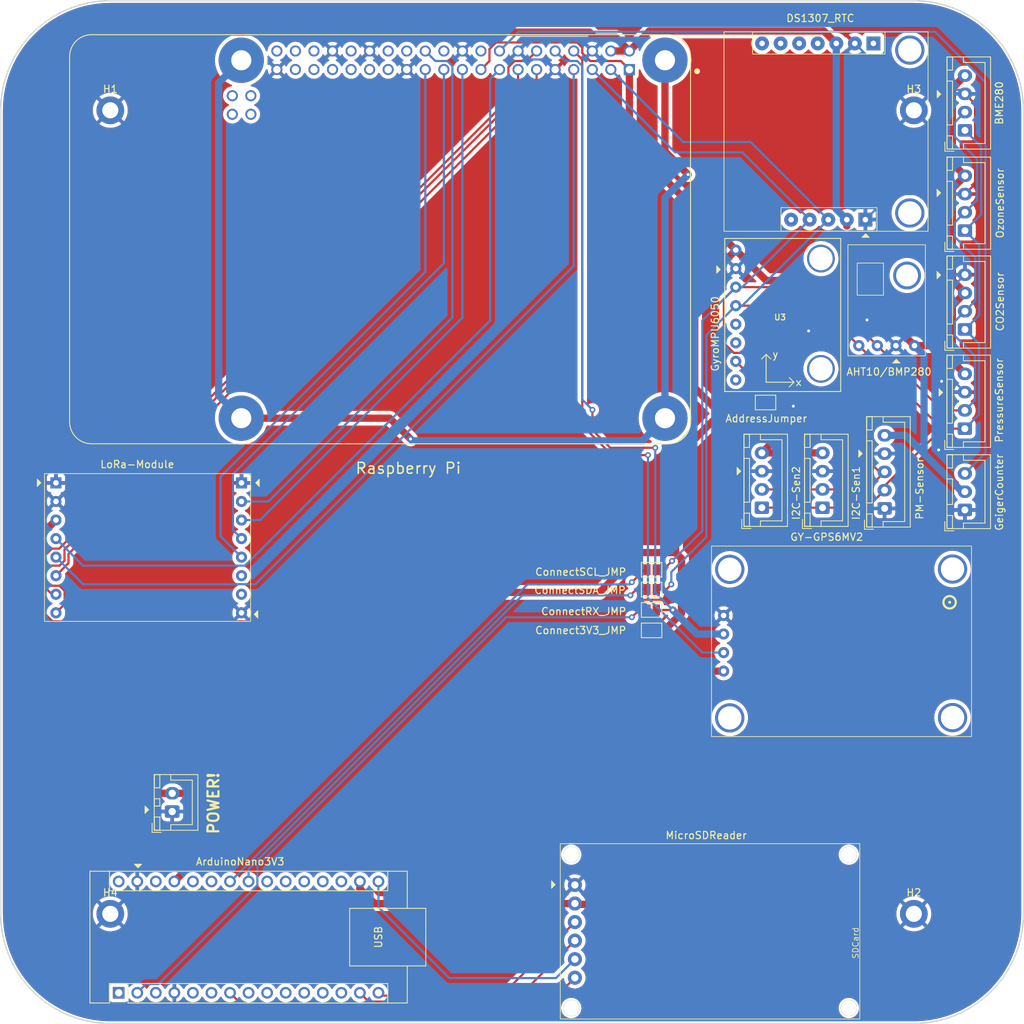
<source format=kicad_pcb>
(kicad_pcb (version 20241229) (generator "pcbnew") (generator_version "9.0")
  (layers (0 "F.Cu" mixed) (2 "B.Cu" mixed) (5 "F.SilkS" user "F.Silkscreen") (7 "B.SilkS" user "B.Silkscreen") (1 "F.Mask" user) (3 "B.Mask" user) (25 "Edge.Cuts" user))
  (net 0 "")
  (net 1 "Net-(U1-SHIELD-PadS1)")
  (net 2 "/SPI_CS_SD")
  (net 3 "/SPI_MOSI_Nano")
  (net 4 "/TX_Pi")
  (net 5 "/RX_Pi")
  (net 6 "/SPI_MISO_Nano")
  (net 7 "/SPI_SCK_Nano")
  (net 8 "/LoRa_DIO0")
  (net 9 "/LoRa_DIO1")
  (net 10 "/LoRa_DIO2")
  (net 11 "/LoRa_DIO3")
  (net 12 "/GeigerCounter")
  (net 15 "/SPI_CS_Pi")
  (net 33 "+5V")
  (net 34 "GND")
  (net 40 "+3.3V")
  (net 45 "/RX_Nano")
  (net 64 "/SDA_Nano")
  (net 65 "/SCL_Nano")
  (net 66 "/SDA_Pi")
  (net 67 "/SCL_Pi")
  (net 68 "/AD0")
  (net 69 "/LoRa_RST")
  (net 70 "+3V3")
  (net 73 "/SPI_MISO_Pi")
  (net 74 "/SPI_MOSI_Pi")
  (net 75 "/SPI_CLK_Pi")
  (footprint "Graphics:ArrowSmall" (layer "F.Cu") (at 18.8 118.2 -90)
    (property "Reference" "REF**" (hide yes))
    (property "Value" "ArrowSmall" (hide yes))
  )
  (footprint "Jumper:SolderJumper-2_P1.3mm_Open_Pad1.0x1.5mm" (layer "F.Cu") (at 89.1 83.4)
    (property "Reference" "JP5" (hide yes))
    (property "Value" "ConnectRX_JMP")
  )
  (footprint "Graphics:ArrowSmall" (layer "F.Cu") (at 117.446 62)
    (property "Reference" "REF**" (hide yes))
    (property "Value" "ArrowSmall" (hide yes))
  )
  (footprint "SX1278_LoRa:SX1278_LoRa" (layer "F.Cu") (at 5.99 64.74)
    (property "Reference" "U7")
    (property "Value" "LoRa-Module")
  )
  (footprint "Connector_JST:JST_XH_B4B-XH-A_1x04_P2.50mm_Vertical" (layer "F.Cu") (at 132 31.464 90)
    (property "Reference" "J2" (hide yes))
    (property "Value" "OzoneSensor")
  )
  (footprint "Connector_JST:JST_XH_B3B-XH-A_1x03_P2.50mm_Vertical" (layer "F.Cu") (at 131.99 69.71 90)
    (property "Reference" "J5" (hide yes))
    (property "Value" "GeigerCounter")
  )
  (footprint "DS1307:DS1307 Module" (layer "F.Cu") (at 112.344 17.272 90)
    (property "Reference" "U2" (hide yes))
    (property "Value" "DS1307_RTC")
  )
  (footprint "Graphics:ArrowSmall" (layer "F.Cu") (at 5 66)
    (property "Reference" "REF**" (hide yes))
    (property "Value" "ArrowSmall" (hide yes))
  )
  (footprint "MountingHole:MountingHole_2.2mm_M2_DIN965_Pad" (layer "F.Cu") (at 125 15)
    (property "Reference" "H3")
    (property "Value" "MountingHole_Pad")
  )
  (footprint "Graphics:ArrowSmall" (layer "F.Cu") (at 35.4 66 180)
    (property "Reference" "REF**" (hide yes))
    (property "Value" "ArrowSmall" (hide yes))
  )
  (footprint "Graphics:ArrowSmall" (layer "F.Cu") (at 128.173 37.56)
    (property "Reference" "REF**" (hide yes))
    (property "Value" "ArrowSmall" (hide yes))
  )
  (footprint "Jumper:SolderJumper-2_P1.3mm_Bridged_Pad1.0x1.5mm" (layer "F.Cu") (at 104.7 55 180)
    (property "Reference" "JP3" (hide yes))
    (property "Value" "AddressJumper")
  )
  (footprint "Jumper:SolderJumper-2_P1.3mm_Open_Pad1.0x1.5mm" (layer "F.Cu") (at 89.1 77.9)
    (property "Reference" "JP2" (hide yes))
    (property "Value" "ConnectSCL_JMP")
  )
  (footprint "AHT10:AHT10Breakout" (layer "F.Cu") (at 126.646 33.374 -90)
    (property "Reference" "U5" (hide yes))
    (property "Value" "AHT10/BMP280")
  )
  (footprint "MicroSDBoard:MicroSDReader" (layer "F.Cu") (at 76.6 127.4)
    (property "Reference" "U4" (hide yes))
    (property "Value" "MicroSDReader")
    (fp_circle (center 1.5 -10.5) (end 2.6 -10.5) (stroke (width 0.05)) (fill no) (layer "Edge.Cuts"))
    (fp_circle (center 1.5 10.5) (end 2.6 10.5) (stroke (width 0.05)) (fill no) (layer "Edge.Cuts"))
    (fp_circle (center 39.5 -10.5) (end 40.6 -10.5) (stroke (width 0.05)) (fill no) (layer "Edge.Cuts"))
    (fp_circle (center 39.5 10.5) (end 40.6 10.5) (stroke (width 0.05)) (fill no) (layer "Edge.Cuts"))
  )
  (footprint "Connector_JST:JST_XH_B4B-XH-A_1x04_P2.50mm_Vertical" (layer "F.Cu") (at 132 17.748 90)
    (property "Reference" "J1" (hide yes))
    (property "Value" "BME280")
  )
  (footprint "MountingHole:MountingHole_2.2mm_M2_DIN965_Pad" (layer "F.Cu") (at 15 15)
    (property "Reference" "H1")
    (property "Value" "MountingHole_Pad")
  )
  (footprint "Graphics:ArrowSmall" (layer "F.Cu") (at 98 36.8)
    (property "Reference" "REF**" (hide yes))
    (property "Value" "ArrowSmall" (hide yes))
  )
  (footprint "Connector_JST:JST_XH_B4B-XH-A_1x04_P2.50mm_Vertical" (layer "F.Cu") (at 104.2 69.4 90)
    (property "Reference" "J8" (hide yes))
    (property "Value" "I2C-Sen2")
  )
  (footprint "Graphics:ArrowSmall" (layer "F.Cu") (at 75.4 121)
    (property "Reference" "REF**" (hide yes))
    (property "Value" "ArrowSmall" (hide yes))
  )
  (footprint "Connector_JST:JST_XH_B4B-XH-A_1x04_P2.50mm_Vertical" (layer "F.Cu") (at 112.5 69.4 90)
    (property "Reference" "J9" (hide yes))
    (property "Value" "I2C-Sen1")
  )
  (footprint "Graphics:ArrowSmall" (layer "F.Cu") (at 118.4 32.4 90)
    (property "Reference" "REF**" (hide yes))
    (property "Value" "ArrowSmall" (hide yes))
  )
  (footprint "Graphics:ArrowSmall" (layer "F.Cu") (at 100.8 64.4)
    (property "Reference" "REF**" (hide yes))
    (property "Value" "ArrowSmall" (hide yes))
  )
  (footprint "Graphics:ArrowSmall" (layer "F.Cu") (at 128.444 53.622)
    (property "Reference" "REF**" (hide yes))
    (property "Value" "ArrowSmall" (hide yes))
  )
  (footprint "Connector_JST:JST_XH_B4B-XH-A_1x04_P2.50mm_Vertical" (layer "F.Cu") (at 132 45 90)
    (property "Reference" "J3" (hide yes))
    (property "Value" "CO2Sensor")
  )
  (footprint "GY-GPS6MV2:NEOM8N-Breakout" (layer "F.Cu") (at 97.3 74.66)
    (property "Reference" "U6" (hide yes))
    (property "Value" "GPS-Sensor")
  )
  (footprint "Graphics:ArrowSmall" (layer "F.Cu") (at 122.6 49.6 90)
    (property "Reference" "REF**" (hide yes))
    (property "Value" "ArrowSmall" (hide yes))
  )
  (footprint "Jumper:SolderJumper-2_P1.3mm_Open_Pad1.0x1.5mm" (layer "F.Cu") (at 89.1 86.2)
    (property "Reference" "JP4" (hide yes))
    (property "Value" "Connect3V3_JMP")
  )
  (footprint "Connector_JST:JST_XH_B4B-XH-A_1x04_P2.50mm_Vertical" (layer "F.Cu") (at 131.983 58.582 90)
    (property "Reference" "J4" (hide yes))
    (property "Value" "PressureSensor")
  )
  (footprint "Jumper:SolderJumper-2_P1.3mm_Open_Pad1.0x1.5mm" (layer "F.Cu") (at 89.1 80.6)
    (property "Reference" "JP1" (hide yes))
    (property "Value" "ConnectSDA_JMP")
  )
  (footprint "Connector_JST:JST_XH_B2B-XH-A_1x02_P2.50mm_Vertical" (layer "F.Cu") (at 23.475 111 90)
    (property "Reference" "J6" (hide yes))
    (property "Value" "PWR-IN")
  )
  (footprint "Graphics:ArrowSmall" (layer "F.Cu") (at 35.2 84 180)
    (property "Reference" "REF**" (hide yes))
    (property "Value" "ArrowSmall" (hide yes))
  )
  (footprint "Module:Arduino_Nano" (layer "F.Cu") (at 16.15 135.81 90)
    (property "Reference" "A1" (hide yes))
    (property "Value" "ArduinoNano3V3")
  )
  (footprint "GY-521:GY-521_1" (layer "F.Cu") (at 99.06435 32.54175)
    (property "Reference" "U3")
    (property "Value" "GyroMPU6050")
  )
  (footprint "MountingHole:MountingHole_2.2mm_M2_DIN965_Pad" (layer "F.Cu") (at 15 125)
    (property "Reference" "H4")
    (property "Value" "MountingHole_Pad")
  )
  (footprint "Connector_JST:JST_XH_B5B-XH-A_1x05_P2.50mm_Vertical" (layer "F.Cu") (at 121 69.5 90)
    (property "Reference" "J7" (hide yes))
    (property "Value" "PM-Sensor")
  )
  (footprint "Graphics:ArrowSmall" (layer "F.Cu") (at 128.173 26.31)
    (property "Reference" "REF**" (hide yes))
    (property "Value" "ArrowSmall" (hide yes))
  )
  (footprint "RPI4:RaspberryPi4b" (layer "F.Cu") (at 50.408 32.65)
    (property "Reference" "U1" (hide yes))
    (property "Value" "Raspberry Pi")
  )
  (footprint "Graphics:ArrowSmall" (layer "F.Cu") (at 128.19 12.788)
    (property "Reference" "REF**" (hide yes))
    (property "Value" "ArrowSmall" (hide yes))
  )
  (footprint "Graphics:ArrowSmall" (layer "F.Cu") (at 19.75 110.75)
    (property "Reference" "REF**" (hide yes))
    (property "Value" "ArrowSmall" (hide yes))
  )
  (footprint "MountingHole:MountingHole_2.2mm_M2_DIN965_Pad" (layer "F.Cu") (at 125 125)
    (property "Reference" "H2")
    (property "Value" "MountingHole_Pad")
  )
  (gr_arc (start 125 0) (mid 135.606602 4.393398) (end 140 15) (stroke (width 0.2)) (layer "Edge.Cuts"))
  (gr_line (start 15 0) (end 125 0) (stroke (width 0.2)) (layer "Edge.Cuts"))
  (gr_arc (start 15 140) (mid 4.393398 135.606602) (end 0 125) (stroke (width 0.2)) (layer "Edge.Cuts"))
  (gr_arc (start 0 15) (mid 4.393398 4.393398) (end 15 0) (stroke (width 0.2)) (layer "Edge.Cuts"))
  (gr_line (start 140 15) (end 140 125) (stroke (width 0.2)) (layer "Edge.Cuts"))
  (gr_line (start 0 125) (end 0 15) (stroke (width 0.2)) (layer "Edge.Cuts"))
  (gr_arc (start 140 125) (mid 135.606602 135.606602) (end 125 140) (stroke (width 0.2)) (layer "Edge.Cuts"))
  (gr_line (start 125 140) (end 15 140) (stroke (width 0.2)) (layer "Edge.Cuts"))
  (gr_text "POWER!" (at 30 114.25 90) (layer "F.SilkS") (effects (font (size 1.5 1.5) (thickness 0.3) (bold yes)) (justify left bottom)))
  (segment (start 53.25 57.15) (end 32.932 57.15) (width 1) (layer "F.Cu") (net 1))
  (segment (start 90.932 20.632) (end 94.1 23.8) (width 1) (layer "F.Cu") (net 1))
  (segment (start 90.932 8.15) (end 90.932 20.632) (width 1) (layer "F.Cu") (net 1))
  (segment (start 56.1 60) (end 53.25 57.15) (width 1) (layer "F.Cu") (net 1))
  (via (at 94.1 23.8) (size 0.8) (drill 0.4) (layers "F.Cu" "B.Cu") (net 1))
  (via (at 56.1 60) (size 0.8) (drill 0.4) (layers "F.Cu" "B.Cu") (net 1))
  (segment (start 56.35 60.25) (end 56.1 60) (width 1) (layer "B.Cu") (net 1))
  (segment (start 90.932 26.968) (end 90.932 57.15) (width 1) (layer "B.Cu") (net 1))
  (segment (start 32.932 57.15) (end 29.832 54.05) (width 1) (layer "B.Cu") (net 1))
  (segment (start 29.832 11.25) (end 32.932 8.15) (width 1) (layer "B.Cu") (net 1))
  (segment (start 94.1 23.8) (end 90.932 26.968) (width 1) (layer "B.Cu") (net 1))
  (segment (start 29.832 54.05) (end 29.832 11.25) (width 1) (layer "B.Cu") (net 1))
  (segment (start 90.932 57.15) (end 87.832 60.25) (width 1) (layer "B.Cu") (net 1))
  (segment (start 87.832 60.25) (end 56.35 60.25) (width 1) (layer "B.Cu") (net 1))
  (segment (start 73.95 138.4) (end 78.6 133.75) (width 0.3) (layer "F.Cu") (net 2))
  (segment (start 31.39 135.81) (end 33.98 138.4) (width 0.3) (layer "F.Cu") (net 2))
  (segment (start 33.98 138.4) (end 73.95 138.4) (width 0.3) (layer "F.Cu") (net 2))
  (segment (start 49.17 135.81) (end 50.374 137.014) (width 0.3) (layer "F.Cu") (net 3))
  (segment (start 70.256 137.014) (end 78.6 128.67) (width 0.3) (layer "F.Cu") (net 3))
  (segment (start 50.374 137.014) (end 70.256 137.014) (width 0.3) (layer "F.Cu") (net 3))
  (segment (start 88.6 62.2) (end 83.659052 62.2) (width 0.3) (layer "F.Cu") (net 4))
  (segment (start 83.659052 62.2) (end 79.608 58.148948) (width 0.3) (layer "F.Cu") (net 4))
  (segment (start 79.608 8.046) (end 78.442 6.88) (width 0.3) (layer "F.Cu") (net 4))
  (segment (start 79.608 58.148948) (end 79.608 8.046) (width 0.3) (layer "F.Cu") (net 4))
  (via (at 88.6 62.2) (size 0.8) (drill 0.4) (layers "F.Cu" "B.Cu") (net 4))
  (segment (start 88.6 81.773424) (end 88.6 62.2) (width 0.3) (layer "B.Cu") (net 4))
  (segment (start 98.96 89.234) (end 96.060576 89.234) (width 0.3) (layer "B.Cu") (net 4))
  (segment (start 96.060576 89.234) (end 88.6 81.773424) (width 0.3) (layer "B.Cu") (net 4))
  (segment (start 81 58.757474) (end 81 56) (width 0.3) (layer "F.Cu") (net 5))
  (segment (start 92 83.4) (end 89.75 83.4) (width 0.3) (layer "F.Cu") (net 5))
  (segment (start 83.442526 61.2) (end 81 58.757474) (width 0.3) (layer "F.Cu") (net 5))
  (segment (start 89.6 61.2) (end 83.442526 61.2) (width 0.3) (layer "F.Cu") (net 5))
  (via (at 92 83.4) (size 0.8) (drill 0.4) (layers "F.Cu" "B.Cu") (net 5))
  (via (at 89.6 61.2) (size 0.8) (drill 0.4) (layers "F.Cu" "B.Cu") (net 5))
  (via (at 81 56) (size 0.8) (drill 0.4) (layers "F.Cu" "B.Cu") (net 5))
  (segment (start 98.96 86.694) (end 95.294 86.694) (width 1) (layer "B.Cu") (net 5))
  (segment (start 77.272 8.25) (end 75.902 6.88) (width 0.3) (layer "B.Cu") (net 5))
  (segment (start 78.920974 8.25) (end 77.272 8.25) (width 0.3) (layer "B.Cu") (net 5))
  (segment (start 92 83.4) (end 89.6 81) (width 0.3) (layer "B.Cu") (net 5))
  (segment (start 89.6 81) (end 89.6 61.2) (width 0.3) (layer "B.Cu") (net 5))
  (segment (start 95.294 86.694) (end 92 83.4) (width 1) (layer "B.Cu") (net 5))
  (segment (start 81 56) (end 79.608 54.608) (width 0.3) (layer "B.Cu") (net 5))
  (segment (start 79.608 8.937026) (end 78.920974 8.25) (width 0.3) (layer "B.Cu") (net 5))
  (segment (start 79.608 54.608) (end 79.608 8.937026) (width 0.3) (layer "B.Cu") (net 5))
  (segment (start 51.71 135.81) (end 52.1 136.2) (width 0.3) (layer "F.Cu") (net 6))
  (segment (start 52.1 136.2) (end 68.53 136.2) (width 0.3) (layer "F.Cu") (net 6))
  (segment (start 68.53 136.2) (end 78.6 126.13) (width 0.3) (layer "F.Cu") (net 6))
  (segment (start 76.01 133.8) (end 78.6 131.21) (width 0.3) (layer "B.Cu") (net 7))
  (segment (start 61.42 133.8) (end 51.71 124.09) (width 0.3) (layer "B.Cu") (net 7))
  (segment (start 51.71 124.09) (end 51.71 120.57) (width 0.3) (layer "B.Cu") (net 7))
  (segment (start 61.42 133.8) (end 76.01 133.8) (width 0.3) (layer "B.Cu") (net 7))
  (segment (start 7.56 76.17) (end 11.266 79.876) (width 0.3) (layer "B.Cu") (net 8))
  (segment (start 78.442 36.308) (end 78.442 9.42) (width 0.3) (layer "B.Cu") (net 8))
  (segment (start 34.874 79.876) (end 78.442 36.308) (width 0.3) (layer "B.Cu") (net 8))
  (segment (start 11.266 79.876) (end 34.874 79.876) (width 0.3) (layer "B.Cu") (net 8))
  (segment (start 73.362 11.638) (end 9.28 75.72) (width 0.3) (layer "F.Cu") (net 9))
  (segment (start 73.362 9.42) (end 73.362 11.638) (width 0.3) (layer "F.Cu") (net 9))
  (segment (start 9.28 76.99) (end 7.56 78.71) (width 0.3) (layer "F.Cu") (net 9))
  (segment (start 9.28 75.72) (end 9.28 76.99) (width 0.3) (layer "F.Cu") (net 9))
  (segment (start 71.992 8.25) (end 73.362 6.88) (width 0.3) (layer "F.Cu") (net 10))
  (segment (start 7 81.25) (end 5.446 79.696) (width 0.3) (layer "F.Cu") (net 10))
  (segment (start 69.5 13.5) (end 69.5 9.093026) (width 0.3) (layer "F.Cu") (net 10))
  (segment (start 70.343026 8.25) (end 71.992 8.25) (width 0.3) (layer "F.Cu") (net 10))
  (segment (start 7.56 81.25) (end 7 81.25) (width 0.3) (layer "F.Cu") (net 10))
  (segment (start 5.446 76.554) (end 6.996 75.004) (width 0.3) (layer "F.Cu") (net 10))
  (segment (start 7.996 75.004) (end 69.5 13.5) (width 0.3) (layer "F.Cu") (net 10))
  (segment (start 5.446 79.696) (end 5.446 76.554) (width 0.3) (layer "F.Cu") (net 10))
  (segment (start 69.5 9.093026) (end 70.343026 8.25) (width 0.3) (layer "F.Cu") (net 10))
  (segment (start 6.996 75.004) (end 7.996 75.004) (width 0.3) (layer "F.Cu") (net 10))
  (segment (start 8.042974 77.336) (end 8.726 76.652974) (width 0.3) (layer "F.Cu") (net 11))
  (segment (start 8.726 75.139474) (end 70.822 13.043474) (width 0.3) (layer "F.Cu") (net 11))
  (segment (start 70.822 13.043474) (end 70.822 9.42) (width 0.3) (layer "F.Cu") (net 11))
  (segment (start 6 79.25) (end 6 78.25) (width 0.3) (layer "F.Cu") (net 11))
  (segment (start 6 78.25) (end 6.914 77.336) (width 0.3) (layer "F.Cu") (net 11))
  (segment (start 8.726 76.652974) (end 8.726 75.139474) (width 0.3) (layer "F.Cu") (net 11))
  (segment (start 8.75 80.791026) (end 8.042974 80.084) (width 0.3) (layer "F.Cu") (net 11))
  (segment (start 6.914 77.336) (end 8.042974 77.336) (width 0.3) (layer "F.Cu") (net 11))
  (segment (start 8.75 82.6) (end 8.75 80.791026) (width 0.3) (layer "F.Cu") (net 11))
  (segment (start 6.834 80.084) (end 6 79.25) (width 0.3) (layer "F.Cu") (net 11))
  (segment (start 7.56 83.79) (end 8.75 82.6) (width 0.3) (layer "F.Cu") (net 11))
  (segment (start 8.042974 80.084) (end 6.834 80.084) (width 0.3) (layer "F.Cu") (net 11))
  (segment (start 134.8 61.9) (end 131.99 64.71) (width 0.3) (layer "B.Cu") (net 12))
  (segment (start 125.34427 4.25) (end 70.912 4.25) (width 0.3) (layer "B.Cu") (net 12))
  (segment (start 127.900424 4.25) (end 134.8 11.149576) (width 0.3) (layer "B.Cu") (net 12))
  (segment (start 134.8 11.149576) (end 134.8 61.9) (width 0.3) (layer "B.Cu") (net 12))
  (segment (start 125.34427 4.25) (end 127.900424 4.25) (width 0.3) (layer "B.Cu") (net 12))
  (segment (start 70.912 4.25) (end 68.282 6.88) (width 0.3) (layer "B.Cu") (net 12))
  (segment (start 61.829 43.371) (end 36.65 68.55) (width 0.3) (layer "B.Cu") (net 15))
  (segment (start 36.65 68.55) (end 32.96 68.55) (width 0.3) (layer "B.Cu") (net 15))
  (segment (start 58.122 6.88) (end 59.495 8.253) (width 0.3) (layer "B.Cu") (net 15))
  (segment (start 61.145388 8.253) (end 61.829 8.936612) (width 0.3) (layer "B.Cu") (net 15))
  (segment (start 61.829 8.936612) (end 61.829 43.371) (width 0.3) (layer "B.Cu") (net 15))
  (segment (start 59.495 8.253) (end 61.145388 8.253) (width 0.3) (layer "B.Cu") (net 15))
  (segment (start 84.182 5) (end 86.062 6.88) (width 1) (layer "F.Cu") (net 33))
  (segment (start 86.062 6.88) (end 88.804 4.138) (width 1) (layer "F.Cu") (net 33))
  (segment (start 3.288 20.212) (end 19.204 4.296) (width 1) (layer "F.Cu") (net 33))
  (segment (start 80.596 4.296) (end 81.3 5) (width 1) (layer "F.Cu") (net 33))
  (segment (start 81.3 5) (end 84.182 5) (width 1) (layer "F.Cu") (net 33))
  (segment (start 88.804 4.138) (end 112.68 4.138) (width 1) (layer "F.Cu") (net 33))
  (segment (start 112.68 4.138) (end 114.384 5.842) (width 1) (layer "F.Cu") (net 33))
  (segment (start 25.666312 118.673688) (end 23.77 120.57) (width 1) (layer "F.Cu") (net 33))
  (segment (start 115.824 29.972) (end 115.824 30.84) (width 1) (layer "F.Cu") (net 33))
  (segment (start 23.475 108.5) (end 10.7 108.5) (width 1) (layer "F.Cu") (net 33))
  (segment (start 10.7 108.5) (end 3.288 101.088) (width 1) (layer "F.Cu") (net 33))
  (segment (start 23.475 108.5) (end 25.475 108.5) (width 1) (layer "F.Cu") (net 33))
  (segment (start 19.204 4.296) (end 80.596 4.296) (width 1) (layer "F.Cu") (net 33))
  (segment (start 3.288 101.088) (end 3.288 20.212) (width 1) (layer "F.Cu") (net 33))
  (segment (start 25.475 108.5) (end 25.666312 108.691312) (width 1) (layer "F.Cu") (net 33))
  (segment (start 25.666312 108.691312) (end 25.666312 118.673688) (width 1) (layer "F.Cu") (net 33))
  (segment (start 83.522 6.88) (end 86.062 6.88) (width 1) (layer "F.Cu") (net 33))
  (segment (start 114.384 5.842) (end 114.384 28.532) (width 1) (layer "B.Cu") (net 33))
  (segment (start 114.384 28.532) (end 115.824 29.972) (width 1) (layer "B.Cu") (net 33))
  (segment (start 132 26.464) (end 133.379 25.085) (width 0.3) (layer "F.Cu") (net 34))
  (segment (start 133.379 25.085) (end 133.379 14.127) (width 0.3) (layer "F.Cu") (net 34))
  (segment (start 133.379 14.127) (end 132 12.748) (width 0.3) (layer "F.Cu") (net 34))
  (via (at 108.5 55.5) (size 0.8) (drill 0.4) (layers "F.Cu" "B.Cu") (net 34))
  (via (at 110.6 45.2) (size 0.8) (drill 0.4) (layers "F.Cu" "B.Cu") (net 34))
  (via (at 128.8 52.1) (size 0.8) (drill 0.4) (layers "F.Cu" "B.Cu") (net 34))
  (via (at 128.4 61.5) (size 0.8) (drill 0.4) (layers "F.Cu" "B.Cu") (net 34))
  (via (at 118.6 43.7) (size 0.8) (drill 0.4) (layers "F.Cu" "B.Cu") (net 34))
  (segment (start 130.067 51.666) (end 130.067 39.433) (width 0.3) (layer "B.Cu") (net 34))
  (segment (start 71.988 8.046) (end 70.822 6.88) (width 0.3) (layer "B.Cu") (net 34))
  (segment (start 75.902 9.42) (end 74.528 8.046) (width 0.3) (layer "B.Cu") (net 34))
  (segment (start 74.528 8.046) (end 71.988 8.046) (width 0.3) (layer "B.Cu") (net 34))
  (segment (start 131.452 12.2) (end 132 12.748) (width 0.3) (layer "B.Cu") (net 34))
  (segment (start 130.067 39.433) (end 132 37.5) (width 0.3) (layer "B.Cu") (net 34))
  (segment (start 123.282 12.2) (end 131.452 12.2) (width 0.3) (layer "B.Cu") (net 34))
  (segment (start 121.872 26.464) (end 118.364 29.972) (width 0.3) (layer "B.Cu") (net 34))
  (segment (start 131.983 53.582) (end 130.067 51.666) (width 0.3) (layer "B.Cu") (net 34))
  (segment (start 132 26.464) (end 121.872 26.464) (width 0.3) (layer "B.Cu") (net 34))
  (segment (start 116.924 5.842) (end 123.282 12.2) (width 0.3) (layer "B.Cu") (net 34))
  (segment (start 4.542 82.915948) (end 6.932052 85.306) (width 1) (layer "F.Cu") (net 40))
  (segment (start 92.378003 75.546) (end 93.2 76.367997) (width 1) (layer "F.Cu") (net 40))
  (segment (start 93.2 76.367997) (end 93.2 83.832003) (width 1) (layer "F.Cu") (net 40))
  (segment (start 132 40) (end 130.271 38.271) (width 1) (layer "F.Cu") (net 40))
  (segment (start 66.908 6.605026) (end 67.799026 5.714) (width 0.3) (layer "F.Cu") (net 40))
  (segment (start 116.17945 38.30545) (end 104.80035 38.30545) (width 1) (layer "F.Cu") (net 40))
  (segment (start 105.35 60.75) (end 104.2 61.9) (width 1) (layer "F.Cu") (net 40))
  (segment (start 98.504 56.504) (end 95 53) (width 1) (layer "F.Cu") (net 40))
  (segment (start 130.271 41.729) (end 132 40) (width 1) (layer "F.Cu") (net 40))
  (segment (start 104.2 61.9) (end 112.5 61.9) (width 1) (layer "F.Cu") (net 40))
  (segment (start 130.271 49.37) (end 130.271 41.729) (width 1) (layer "F.Cu") (net 40))
  (segment (start 131.983 51.082) (end 130.271 49.37) (width 1) (layer "F.Cu") (net 40))
  (segment (start 78.924974 5.714) (end 79.608 6.397026) (width 0.3) (layer "F.Cu") (net 40))
  (segment (start 132 23.964) (end 130.271 22.235) (width 1) (layer "F.Cu") (net 40))
  (segment (start 93.2 83.832003) (end 90.832003 86.2) (width 1) (layer "F.Cu") (net 40))
  (segment (start 87.421997 75.546) (end 92.378003 75.546) (width 1) (layer "F.Cu") (net 40))
  (segment (start 105.35 55) (end 105.35 56.458) (width 1) (layer "F.Cu") (net 40))
  (segment (start 130.271 25.693) (end 132 23.964) (width 1) (layer "F.Cu") (net 40))
  (segment (start 7.56 71.09) (end 4.542 74.108) (width 1) (layer "F.Cu") (net 40))
  (segment (start 66.908 8.254) (end 66.908 6.605026) (width 0.3) (layer "F.Cu") (net 40))
  (segment (start 55.094 85.306) (end 59.4 81) (width 1) (layer "F.Cu") (net 40))
  (segment (start 92.378003 62.629997) (end 98.504 56.504) (width 1) (layer "F.Cu") (net 40))
  (segment (start 79.608 7.154974) (end 80.707026 8.254) (width 0.3) (layer "F.Cu") (net 40))
  (segment (start 86.062 19.5671) (end 100.62435 34.12945) (width 1) (layer "F.Cu") (net 40))
  (segment (start 125.088 47.214) (end 116.17945 38.30545) (width 1) (layer "F.Cu") (net 40))
  (segment (start 105.304 56.504) (end 98.504 56.504) (width 1) (layer "F.Cu") (net 40))
  (segment (start 59.4 81) (end 81.967997 81) (width 1) (layer "F.Cu") (net 40))
  (segment (start 84.896 8.254) (end 86.062 9.42) (width 0.3) (layer "F.Cu") (net 40))
  (segment (start 105.35 56.458) (end 105.304 56.504) (width 1) (layer "F.Cu") (net 40))
  (segment (start 65.742 9.42) (end 66.908 8.254) (width 0.3) (layer "F.Cu") (net 40))
  (segment (start 4.542 74.108) (end 4.542 82.915948) (width 1) (layer "F.Cu") (net 40))
  (segment (start 90.832003 86.2) (end 89.75 86.2) (width 1) (layer "F.Cu") (net 40))
  (segment (start 105.35 55) (end 105.35 60.75) (width 1) (layer "F.Cu") (net 40))
  (segment (start 130.271 22.235) (end 130.271 11.977) (width 1) (layer "F.Cu") (net 40))
  (segment (start 95 39.7538) (end 100.62435 34.12945) (width 1) (layer "F.Cu") (net 40))
  (segment (start 92.378003 75.546) (end 92.378003 62.629997) (width 1) (layer "F.Cu") (net 40))
  (segment (start 130.271 38.271) (end 130.271 25.693) (width 1) (layer "F.Cu") (net 40))
  (segment (start 125.088 47.214) (end 128.115 47.214) (width 1) (layer "F.Cu") (net 40))
  (segment (start 67.799026 5.714) (end 78.924974 5.714) (width 0.3) (layer "F.Cu") (net 40))
  (segment (start 81.967997 81) (end 87.421997 75.546) (width 1) (layer "F.Cu") (net 40))
  (segment (start 128.115 47.214) (end 131.983 51.082) (width 1) (layer "F.Cu") (net 40))
  (segment (start 6.932052 85.306) (end 55.094 85.306) (width 1) (layer "F.Cu") (net 40))
  (segment (start 98.96 91.774) (end 95.324 91.774) (width 1) (layer "F.Cu") (net 40))
  (segment (start 95.324 91.774) (end 89.75 86.2) (width 1) (layer "F.Cu") (net 40))
  (segment (start 86.062 9.42) (end 86.062 19.5671) (width 1) (layer "F.Cu") (net 40))
  (segment (start 79.608 6.397026) (end 79.608 7.154974) (width 0.3) (layer "F.Cu") (net 40))
  (segment (start 130.271 11.977) (end 132 10.248) (width 1) (layer "F.Cu") (net 40))
  (segment (start 104.80035 38.30545) (end 100.62435 34.12945) (width 1) (layer "F.Cu") (net 40))
  (segment (start 80.707026 8.254) (end 84.896 8.254) (width 0.3) (layer "F.Cu") (net 40))
  (segment (start 95 53) (end 95 39.7538) (width 1) (layer "F.Cu") (net 40))
  (segment (start 126.4 62) (end 126.4 48.526) (width 1) (layer "B.Cu") (net 40))
  (segment (start 131.61 67.21) (end 126.4 62) (width 1) (layer "B.Cu") (net 40))
  (segment (start 131.99 67.21) (end 131.61 67.21) (width 1) (layer "B.Cu") (net 40))
  (segment (start 123.9 59.5) (end 121 59.5) (width 1) (layer "B.Cu") (net 40))
  (segment (start 126.4 48.526) (end 125.088 47.214) (width 1) (layer "B.Cu") (net 40))
  (segment (start 126.4 62) (end 123.9 59.5) (width 1) (layer "B.Cu") (net 40))
  (segment (start 87.4 83.4) (end 88.45 83.4) (width 0.3) (layer "F.Cu") (net 45))
  (segment (start 86.4 84.4) (end 87.4 83.4) (width 0.3) (layer "F.Cu") (net 45))
  (via (at 86.4 84.4) (size 0.8) (drill 0.4) (layers "F.Cu" "B.Cu") (net 45))
  (segment (start 19.894 134.606) (end 18.69 135.81) (width 0.3) (layer "B.Cu") (net 45))
  (segment (start 86.4 84.4) (end 69.2 84.4) (width 0.3) (layer "B.Cu") (net 45))
  (segment (start 69.2 84.4) (end 35.134 118.466) (width 0.3) (layer "B.Cu") (net 45))
  (segment (start 35.134 118.466) (end 35.134 121.068714) (width 0.3) (layer "B.Cu") (net 45))
  (segment (start 35.134 121.068714) (end 21.596714 134.606) (width 0.3) (layer "B.Cu") (net 45))
  (segment (start 21.596714 134.606) (end 19.894 134.606) (width 0.3) (layer "B.Cu") (net 45))
  (segment (start 87 80.6) (end 88.45 80.6) (width 0.3) (layer "F.Cu") (net 64))
  (segment (start 86.2 81.4) (end 87 80.6) (width 0.3) (layer "F.Cu") (net 64))
  (via (at 86.2 81.4) (size 0.8) (drill 0.4) (layers "F.Cu" "B.Cu") (net 64))
  (segment (start 33.93 118.87) (end 33.93 120.57) (width 0.3) (layer "B.Cu") (net 64))
  (segment (start 71.4 81.4) (end 33.93 118.87) (width 0.3) (layer "B.Cu") (net 64))
  (segment (start 86.2 81.4) (end 71.4 81.4) (width 0.3) (layer "B.Cu") (net 64))
  (segment (start 88.1 77.9) (end 88.45 77.9) (width 0.3) (layer "F.Cu") (net 65))
  (segment (start 86.4 79.6) (end 88.1 77.9) (width 0.3) (layer "F.Cu") (net 65))
  (via (at 86.4 79.6) (size 0.8) (drill 0.4) (layers "F.Cu" "B.Cu") (net 65))
  (segment (start 31.446526 120.57) (end 31.39 120.57) (width 0.3) (layer "B.Cu") (net 65))
  (segment (start 86.4 79.6) (end 86.1 79.9) (width 0.3) (layer "B.Cu") (net 65))
  (segment (start 86.1 79.9) (end 72.116526 79.9) (width 0.3) (layer "B.Cu") (net 65))
  (segment (start 72.116526 79.9) (end 31.446526 120.57) (width 0.3) (layer "B.Cu") (net 65))
  (segment (start 100.6249 41.75) (end 100.62435 41.74945) (width 0.3) (layer "F.Cu") (net 66))
  (segment (start 117.468 47.214) (end 128.836 58.582) (width 0.3) (layer "F.Cu") (net 66))
  (segment (start 121 67) (end 121 66.418) (width 0.3) (layer "F.Cu") (net 66))
  (segment (start 104.2 69.4) (end 112.5 69.4) (width 0.3) (layer "F.Cu") (net 66))
  (segment (start 89.75 80.6) (end 91.1 80.6) (width 0.3) (layer "F.Cu") (net 66))
  (segment (start 128.836 58.582) (end 131.983 58.582) (width 0.3) (layer "F.Cu") (net 66))
  (segment (start 121 66.418) (end 128.836 58.582) (width 0.3) (layer "F.Cu") (net 66))
  (segment (start 112.004 41.75) (end 100.6249 41.75) (width 0.3) (layer "F.Cu") (net 66))
  (segment (start 118.6 69.4) (end 121 67) (width 0.3) (layer "F.Cu") (net 66))
  (segment (start 112.5 69.4) (end 118.6 69.4) (width 0.3) (layer "F.Cu") (net 66))
  (segment (start 91.1 80.6) (end 91.8 79.9) (width 0.3) (layer "F.Cu") (net 66))
  (segment (start 117.468 47.214) (end 112.004 41.75) (width 0.3) (layer "F.Cu") (net 66))
  (via (at 91.8 79.9) (size 0.8) (drill 0.4) (layers "F.Cu" "B.Cu") (net 66))
  (segment (start 134.2 19.948) (end 132 17.748) (width 0.3) (layer "B.Cu") (net 66))
  (segment (start 96.6 73.4) (end 96.6 45.7738) (width 0.3) (layer "B.Cu") (net 66))
  (segment (start 113.284 29.972) (end 102.649626 19.337626) (width 0.3) (layer "B.Cu") (net 66))
  (segment (start 91.8 78.2) (end 96.6 73.4) (width 0.3) (layer "B.Cu") (net 66))
  (segment (start 113.284 29.972) (end 101.50655 41.74945) (width 0.3) (layer "B.Cu") (net 66))
  (segment (start 102.649626 19.337626) (end 93.439626 19.337626) (width 0.3) (layer "B.Cu") (net 66))
  (segment (start 91.8 79.9) (end 91.8 78.2) (width 0.3) (layer "B.Cu") (net 66))
  (segment (start 133.954 43.046) (end 133.954 33.418) (width 0.3) (layer "B.Cu") (net 66))
  (segment (start 133.916 56.649) (end 133.916 46.916) (width 0.3) (layer "B.Cu") (net 66))
  (segment (start 93.439626 19.337626) (end 83.522 9.42) (width 0.3) (layer "B.Cu") (net 66))
  (segment (start 133.916 46.916) (end 132 45) (width 0.3) (layer "B.Cu") (net 66))
  (segment (start 131.983 58.582) (end 133.916 56.649) (width 0.3) (layer "B.Cu") (net 66))
  (segment (start 134.2 29.264) (end 134.2 19.948) (width 0.3) (layer "B.Cu") (net 66))
  (segment (start 132 31.464) (end 134.2 29.264) (width 0.3) (layer "B.Cu") (net 66))
  (segment (start 101.50655 41.74945) (end 100.62435 41.74945) (width 0.3) (layer "B.Cu") (net 66))
  (segment (start 132 45) (end 133.954 43.046) (width 0.3) (layer "B.Cu") (net 66))
  (segment (start 133.954 33.418) (end 132 31.464) (width 0.3) (layer "B.Cu") (net 66))
  (segment (start 96.6 45.7738) (end 100.62435 41.74945) (width 0.3) (layer "B.Cu") (net 66))
  (segment (start 120.008 47.214) (end 112.00345 39.20945) (width 0.3) (layer "F.Cu") (net 67))
  (segment (start 112.00345 39.20945) (end 100.62435 39.20945) (width 0.3) (layer "F.Cu") (net 67))
  (segment (start 100.349376 48.20345) (end 99 46.854074) (width 0.3) (layer "F.Cu") (net 67))
  (segment (start 112.5 66.9) (end 118.6 66.9) (width 0.3) (layer "F.Cu") (net 67))
  (segment (start 99 40.8338) (end 100.62435 39.20945) (width 0.3) (layer "F.Cu") (net 67))
  (segment (start 118.6 66.9) (end 121 64.5) (width 0.3) (layer "F.Cu") (net 67))
  (segment (start 120.008 47.214) (end 128.876 56.082) (width 0.3) (layer "F.Cu") (net 67))
  (segment (start 89.75 77.9) (end 90.7 77.9) (width 0.3) (layer "F.Cu") (net 67))
  (segment (start 121 64.5) (end 120.3 64.5) (width 0.3) (layer "F.Cu") (net 67))
  (segment (start 104.00345 48.20345) (end 100.349376 48.20345) (width 0.3) (layer "F.Cu") (net 67))
  (segment (start 90.7 77.9) (end 91.9 76.7) (width 0.3) (layer "F.Cu") (net 67))
  (segment (start 99 46.854074) (end 99 40.8338) (width 0.3) (layer "F.Cu") (net 67))
  (segment (start 104.2 66.9) (end 112.5 66.9) (width 0.3) (layer "F.Cu") (net 67))
  (segment (start 120.3 64.5) (end 104.00345 48.20345) (width 0.3) (layer "F.Cu") (net 67))
  (segment (start 128.876 56.082) (end 131.983 56.082) (width 0.3) (layer "F.Cu") (net 67))
  (via (at 91.9 76.7) (size 0.8) (drill 0.4) (layers "F.Cu" "B.Cu") (net 67))
  (segment (start 96.046 43.7878) (end 96.046 72.554) (width 0.3) (layer "B.Cu") (net 67))
  (segment (start 130.621 43.879) (end 132 42.5) (width 0.3) (layer "B.Cu") (net 67))
  (segment (start 132 42.5) (end 133.4 41.1) (width 0.3) (layer "B.Cu") (net 67))
  (segment (start 133.4 35.120824) (end 130.621 32.341824) (width 0.3) (layer "B.Cu") (net 67))
  (segment (start 92.312 20.75) (end 80.982 9.42) (width 0.3) (layer "B.Cu") (net 67))
  (segment (start 110.744 29.972) (end 101.522 20.75) (width 0.3) (layer "B.Cu") (net 67))
  (segment (start 130.621 30.343) (end 132 28.964) (width 0.3) (layer "B.Cu") (net 67))
  (segment (start 133.4 41.1) (end 133.4 35.120824) (width 0.3) (layer "B.Cu") (net 67))
  (segment (start 130.621 18.625824) (end 130.621 16.627) (width 0.3) (layer "B.Cu") (net 67))
  (segment (start 101.50655 39.20945) (end 110.744 29.972) (width 0.3) (layer "B.Cu") (net 67))
  (segment (start 133.646 21.650824) (end 130.621 18.625824) (width 0.3) (layer "B.Cu") (net 67))
  (segment (start 100.62435 39.20945) (end 96.046 43.7878) (width 0.3) (layer "B.Cu") (net 67))
  (segment (start 100.62435 39.20945) (end 101.50655 39.20945) (width 0.3) (layer "B.Cu") (net 67))
  (segment (start 101.522 20.75) (end 92.312 20.75) (width 0.3) (layer "B.Cu") (net 67))
  (segment (start 130.621 32.341824) (end 130.621 30.343) (width 0.3) (layer "B.Cu") (net 67))
  (segment (start 96.046 72.554) (end 91.9 76.7) (width 0.3) (layer "B.Cu") (net 67))
  (segment (start 131.983 56.082) (end 133.362 54.703) (width 0.3) (layer "B.Cu") (net 67))
  (segment (start 130.621 16.627) (end 132 15.248) (width 0.3) (layer "B.Cu") (net 67))
  (segment (start 133.362 54.703) (end 133.362 48.618824) (width 0.3) (layer "B.Cu") (net 67))
  (segment (start 132 28.964) (end 133.646 27.318) (width 0.3) (layer "B.Cu") (net 67))
  (segment (start 130.621 45.877824) (end 130.621 43.879) (width 0.3) (layer "B.Cu") (net 67))
  (segment (start 133.646 27.318) (end 133.646 21.650824) (width 0.3) (layer "B.Cu") (net 67))
  (segment (start 133.362 48.618824) (end 130.621 45.877824) (width 0.3) (layer "B.Cu") (net 67))
  (segment (start 104.05 52.7951) (end 100.62435 49.36945) (width 0.3) (layer "F.Cu") (net 68))
  (segment (start 104.05 55) (end 104.05 52.7951) (width 0.3) (layer "F.Cu") (net 68))
  (segment (start 11.266 77.336) (end 33.442974 77.336) (width 0.3) (layer "B.Cu") (net 69))
  (segment (start 7.56 73.63) (end 11.266 77.336) (width 0.3) (layer "B.Cu") (net 69))
  (segment (start 67 43.778974) (end 67 10.702) (width 0.3) (layer "B.Cu") (net 69))
  (segment (start 33.442974 77.336) (end 67 43.778974) (width 0.3) (layer "B.Cu") (net 69))
  (segment (start 67 10.702) (end 68.282 9.42) (width 0.3) (layer "B.Cu") (net 69))
  (segment (start 49.17 121.57) (end 51.2 123.6) (width 1) (layer "F.Cu") (net 70))
  (segment (start 88.125 86.2) (end 87 87.325) (width 1) (layer "F.Cu") (net 70))
  (segment (start 87 117.7) (end 81 123.7) (width 1) (layer "F.Cu") (net 70))
  (segment (start 87 87.325) (end 87 117.7) (width 1) (layer "F.Cu") (net 70))
  (segment (start 78.59 123.6) (end 78.6 123.59) (width 1) (layer "F.Cu") (net 70))
  (segment (start 81 123.7) (end 78.71 123.7) (width 1) (layer "F.Cu") (net 70))
  (segment (start 51.2 123.6) (end 78.59 123.6) (width 1) (layer "F.Cu") (net 70))
  (segment (start 88.45 86.2) (end 88.125 86.2) (width 1) (layer "F.Cu") (net 70))
  (segment (start 78.71 123.7) (end 78.6 123.59) (width 1) (layer "F.Cu") (net 70))
  (segment (start 49.17 120.57) (end 49.17 121.57) (width 1) (layer "F.Cu") (net 70))
  (segment (start 31.793 64.807) (end 60.662 35.938) (width 0.3) (layer "B.Cu") (net 73))
  (segment (start 60.662 35.938) (end 60.662 9.42) (width 0.3) (layer "B.Cu") (net 73))
  (segment (start 31.793 72.463) (end 31.793 64.807) (width 0.3) (layer "B.Cu") (net 73))
  (segment (start 32.96 73.63) (end 31.793 72.463) (width 0.3) (layer "B.Cu") (net 73))
  (segment (start 63.202 43.388) (end 63.202 9.42) (width 0.3) (layer "B.Cu") (net 74))
  (segment (start 32.96 71.09) (end 35.5 71.09) (width 0.3) (layer "B.Cu") (net 74))
  (segment (start 35.5 71.09) (end 63.202 43.388) (width 0.3) (layer "B.Cu") (net 74))
  (segment (start 30.1 73.31) (end 30.1 65.15) (width 0.3) (layer "B.Cu") (net 75))
  (segment (start 32.96 76.17) (end 30.1 73.31) (width 0.3) (layer "B.Cu") (net 75))
  (segment (start 30.1 65.15) (end 58.122 37.128) (width 0.3) (layer "B.Cu") (net 75))
  (segment (start 58.122 37.128) (end 58.122 9.42) (width 0.3) (layer "B.Cu") (net 75))
  (zone (net 34) (net_name "GND") (layer "F.Cu") (connect_pads (clearance 0.508)) (min_thickness 0.25) (fill yes (thermal_gap 0.5) (thermal_bridge_width 0.5))
    (polygon (pts (xy 0 0) (xy 140 0) (xy 140 140) (xy 0 140)))
  )
  (zone (net 34) (net_name "GND") (layer "B.Cu") (priority 1) (connect_pads (clearance 0.508)) (min_thickness 0.25) (fill yes (thermal_gap 0.5) (thermal_bridge_width 0.5))
    (polygon (pts (xy 0 0) (xy 140 0) (xy 140 140) (xy 0 140)))
  )
)
</source>
